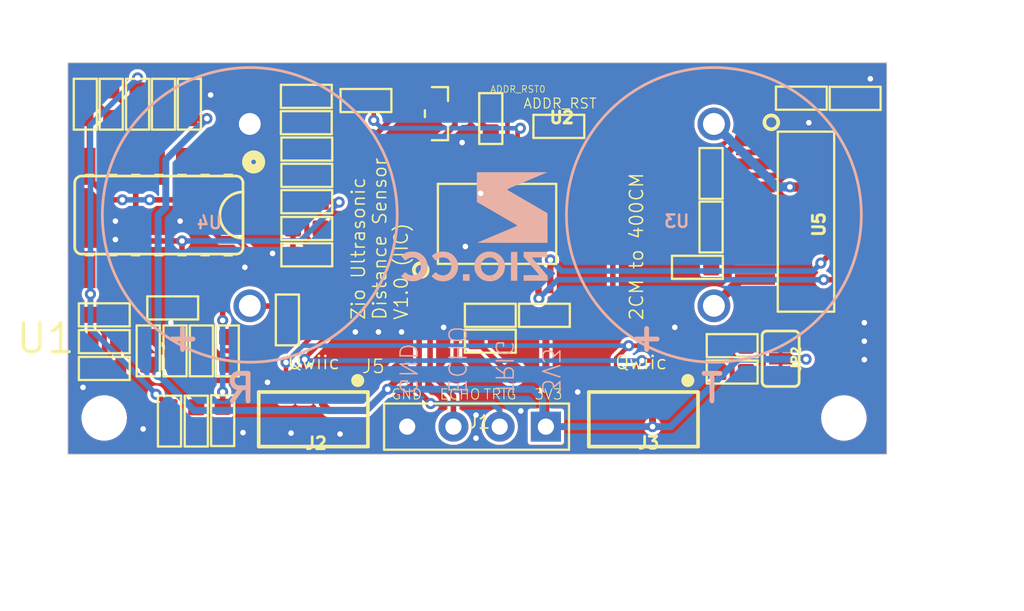
<source format=kicad_pcb>
(kicad_pcb (version 20211014) (generator pcbnew)
  (layers (0 "F.Cu" signal) (1 "In1.Cu" signal) (2 "In2.Cu" signal) (3 "In3.Cu" signal) (4 "In4.Cu" signal) (5 "In5.Cu" signal) (6 "In6.Cu" signal) (7 "In7.Cu" signal) (8 "In8.Cu" signal) (9 "In9.Cu" signal) (10 "In10.Cu" signal) (11 "In11.Cu" signal) (12 "In12.Cu" signal) (31 "B.Cu" signal) (34 "B.Paste" user) (35 "F.Paste" user) (36 "B.SilkS" user "B.Silkscreen") (37 "F.SilkS" user "F.Silkscreen") (38 "B.Mask" user) (39 "F.Mask" user) (44 "Edge.Cuts" user))
  (net 0 "")
  (net 1 "GND")
  (net 2 "N$1")
  (net 3 "N$2")
  (net 4 "N$3")
  (net 5 "N$4")
  (net 6 "N$5")
  (net 7 "N$6")
  (net 8 "INT")
  (net 9 "N$9")
  (net 10 "N$10")
  (net 11 "N$12")
  (net 12 "N$14")
  (net 13 "N$15")
  (net 14 "N$16")
  (net 15 "N$11")
  (net 16 "NRST")
  (net 17 "SWIM")
  (net 18 "SCL")
  (net 19 "SDA")
  (net 20 "N$19")
  (net 21 "N$20")
  (net 22 "TRIG")
  (net 23 "ECHO")
  (net 24 "N$42")
  (net 25 "N$43")
  (net 26 "N$44")
  (net 27 "N$45")
  (net 28 "N$7")
  (net 29 "N$13")
  (net 30 "N$17")
  (net 31 "N$18")
  (net 32 "N$22")
  (net 33 "N$23")
  (net 34 "N$24")
  (net 35 "N$25")
  (net 36 "DIN2")
  (net 37 "DIN1")
  (net 38 "+3V3")
  (net 39 "N$26")
  (net 40 "N$27")
  (net 41 "N$28")
  (net 42 "PB4")
  (footprint "eagleBoard:0603" (layer "F.Cu") (at 149.2167 108.1278)
    (fp_text reference "R19")
    (fp_text value "10K ±1%")
  )
  (footprint "eagleBoard:0603" (layer "F.Cu") (at 139.1075 97.536 180)
    (fp_text reference "R7")
    (fp_text value "3.3M ±1%")
  )
  (footprint "eagleBoard:0603" (layer "F.Cu") (at 129.8365 96.52 -90)
    (fp_text reference "R1")
    (fp_text value "10K ±1%")
  )
  (footprint "eagleBoard:TSSOP20" (layer "F.Cu") (at 149.5865 103.0996)
    (fp_text reference "U2")
    (fp_text value "STM8L051")
  )
  (footprint "eagleBoard:0603" (layer "F.Cu") (at 161.3437 100.3268 90)
    (fp_text reference "C7")
    (fp_text value "1uF ±10% 50V")
  )
  (footprint "" (layer "F.Cu") (at 168.6411 113.7732)
    (fp_text reference "@HOLE1" hide)
    (fp_text value "")
  )
  (footprint "eagleBoard:0603" (layer "F.Cu") (at 134.7641 110.0836 -90)
    (fp_text reference "R16")
    (fp_text value "75K ±1%")
  )
  (footprint "eagleBoard:0603" (layer "F.Cu") (at 131.7669 107.7214)
    (fp_text reference "C16")
    (fp_text value "1nF ±10% 50V")
  )
  (footprint "eagleBoard:0603" (layer "F.Cu") (at 169.2623 96.1984 180)
    (fp_text reference "C10")
    (fp_text value "1uF ±10% 50V")
  )
  (footprint "eagleBoard:0603" (layer "F.Cu") (at 126.9663 96.52 -90)
    (fp_text reference "R2")
    (fp_text value "75K ±1%")
  )
  (footprint "eagleBoard:0603" (layer "F.Cu") (at 128.3887 96.52 90)
    (fp_text reference "C1")
    (fp_text value "10nF ±10% 50V")
  )
  (footprint "eagleBoard:0603" (layer "F.Cu") (at 139.1329 101.8794 180)
    (fp_text reference "R9")
    (fp_text value "120K ±1%")
  )
  (footprint "eagleBoard:0603" (layer "F.Cu") (at 152.9817 97.7388)
    (fp_text reference "R21")
    (fp_text value "10K ±1%")
  )
  (footprint "eagleBoard:0603" (layer "F.Cu") (at 142.3841 96.3168 180)
    (fp_text reference "R10")
    (fp_text value "100K ±1%")
  )
  (footprint "eagleBoard:SMT-JUMPER_3_2-NC_TRACE" (layer "F.Cu") (at 165.1679 110.5154 -90)
    (fp_text reference "JP2")
    (fp_text value "SMT-JUMPER_3_2-NC_TRACE")
  )
  (footprint "eagleBoard:0603" (layer "F.Cu") (at 131.5891 113.9444 90)
    (fp_text reference "C11")
    (fp_text value "1nF ±10% 50V")
  )
  (footprint "eagleBoard:0603" (layer "F.Cu") (at 134.5101 113.919 -90)
    (fp_text reference "R15")
    (fp_text value "6.8K ±1%")
  )
  (footprint "eagleBoard:0603" (layer "F.Cu") (at 133.3417 110.0836 -90)
    (fp_text reference "C14")
    (fp_text value "10nF ±10% 50V")
  )
  (footprint "eagleBoard:0603" (layer "F.Cu") (at 128.0077 109.5756 180)
    (fp_text reference "R13")
    (fp_text value "75K ±1%")
  )
  (footprint "eagleBoard:0603" (layer "F.Cu") (at 128.0077 111.0488 180)
    (fp_text reference "C13")
    (fp_text value "1nF ±10% 50V")
  )
  (footprint "eagleBoard:0603" (layer "F.Cu") (at 131.2589 96.52 -90)
    (fp_text reference "C15")
    (fp_text value "1uF ±10% 50V")
  )
  (footprint "eagleBoard:0603" (layer "F.Cu") (at 132.6813 96.52 -90)
    (fp_text reference "C2")
    (fp_text value "1uF ±1% 50V")
  )
  (footprint "eagleBoard:0603" (layer "F.Cu") (at 149.2167 109.5502 180)
    (fp_text reference "C4")
    (fp_text value "100nF ±10% 50V")
  )
  (footprint "eagleBoard:JST-SH-4P-90" (layer "F.Cu") (at 139.4917 112.1448 180)
    (fp_text reference "J2")
    (fp_text value "BM04B-SRSS-TB")
  )
  (footprint "eagleBoard:0603" (layer "F.Cu") (at 139.1329 103.3526)
    (fp_text reference "R4")
    (fp_text value "120K ±1%")
  )
  (footprint "eagleBoard:0603" (layer "F.Cu") (at 160.5939 105.4898)
    (fp_text reference "C17")
    (fp_text value "1uF ±10% 50V")
  )
  (footprint "eagleBoard:SOT23" (layer "F.Cu") (at 146.2575 97.0388 -90)
    (fp_text reference "Q1")
    (fp_text value "847")
  )
  (footprint "eagleBoard:JST-SH-4P-90" (layer "F.Cu") (at 157.6295 112.1448 180)
    (fp_text reference "J3")
    (fp_text value "BM04B-SRSS-TB")
  )
  (footprint "eagleBoard:0603" (layer "F.Cu") (at 139.1329 100.4316)
    (fp_text reference "R6")
    (fp_text value "10K ±1%")
  )
  (footprint "eagleBoard:TEST_3.08_4P" (layer "F.Cu") (at 148.8865 111.2774 180)
    (fp_text reference "J5")
    (fp_text value "" hide)
  )
  (footprint "eagleBoard:0603" (layer "F.Cu") (at 130.4207 110.0836 -90)
    (fp_text reference "R12")
    (fp_text value "10K ±1%")
  )
  (footprint "eagleBoard:0603" (layer "F.Cu") (at 133.0623 113.9444 -90)
    (fp_text reference "R14")
    (fp_text value "220R ±1%")
  )
  (footprint "" (layer "F.Cu") (at 128.0011 113.7732)
    (fp_text reference "@HOLE0" hide)
    (fp_text value "")
  )
  (footprint "eagleBoard:0603" (layer "F.Cu") (at 128.0077 108.1024 180)
    (fp_text reference "C12")
    (fp_text value "68pF ±10% 50V")
  )
  (footprint "eagleBoard:0603" (layer "F.Cu") (at 139.1075 96.0882)
    (fp_text reference "C3")
    (fp_text value "1nF ±10% 50V")
  )
  (footprint "eagleBoard:0603" (layer "F.Cu") (at 161.3437 103.2732 90)
    (fp_text reference "C8")
    (fp_text value "1uF ±10% 50V")
  )
  (footprint "eagleBoard:SOIC16" (layer "F.Cu") (at 166.5597 102.9776 -90)
    (fp_text reference "U5")
    (fp_text value "")
  )
  (footprint "eagleBoard:1P-35MIL" (layer "F.Cu") (at 150.4613 96.5454)
    (fp_text reference "ADDR_RST0")
    (fp_text value "" hide)
  )
  (footprint "eagleBoard:0603" (layer "F.Cu") (at 131.8939 110.0836 90)
    (fp_text reference "R18")
    (fp_text value "10K ±1%")
  )
  (footprint "eagleBoard:SO014" (layer "F.Cu") (at 131.6399 102.616 180)
    (fp_text reference "U1")
    (fp_text value "")
  )
  (footprint "eagleBoard:0603" (layer "F.Cu") (at 162.5041 111.2452)
    (fp_text reference "R22")
    (fp_text value "4.7K ±1%")
  )
  (footprint "eagleBoard:0603" (layer "F.Cu") (at 149.2421 97.3074 90)
    (fp_text reference "R8")
    (fp_text value "1K ±1%")
  )
  (footprint "eagleBoard:0603" (layer "F.Cu") (at 152.1885 108.1278)
    (fp_text reference "C5")
    (fp_text value "100nF ±10% 50V")
  )
  (footprint "eagleBoard:0603" (layer "F.Cu") (at 139.1329 104.8004 180)
    (fp_text reference "R3")
    (fp_text value "4.3K ±1%")
  )
  (footprint "eagleBoard:4P-65_35MIL" (layer "F.Cu") (at 148.4591 114.2492 -90)
    (fp_text reference "J1")
    (fp_text value "")
  )
  (footprint "eagleBoard:0603" (layer "F.Cu") (at 162.5041 109.7974)
    (fp_text reference "R23")
    (fp_text value "4.7K ±1%")
  )
  (footprint "eagleBoard:0603" (layer "F.Cu") (at 138.0661 108.3818 -90)
    (fp_text reference "R17")
    (fp_text value "10K ±1%")
  )
  (footprint "eagleBoard:0603" (layer "F.Cu") (at 139.1329 98.9838)
    (fp_text reference "R5")
    (fp_text value "3.9K ±1%")
  )
  (footprint "eagleBoard:0603" (layer "F.Cu") (at 166.3059 96.1884 180)
    (fp_text reference "C9")
    (fp_text value "1uF ±10% 50V")
  )
  (footprint "eagleBoard:6MM" (layer "B.Cu") (at 152.3917 106.2482 180)
    (fp_text reference "U$5" hide)
    (fp_text value "" hide)
  )
  (footprint "eagleBoard:TCT40-16T_R" (layer "B.Cu") (at 161.5011 102.6052 90)
    (fp_text reference "U3")
    (fp_text value "TCT40-16T")
  )
  (footprint "eagleBoard:TCT40-16T_R" (layer "B.Cu") (at 136.0011 102.6052 90)
    (fp_text reference "U4")
    (fp_text value "TCT40-16R")
  )
  (gr_line (start 126.0011 115.7732) (end 171.0011 115.7732) (layer "Edge.Cuts") (width 0.05))
  (gr_line (start 171.0011 115.7732) (end 171.0011 94.234) (layer "Edge.Cuts") (width 0.05))
  (gr_line (start 171.0011 94.234) (end 126.0011 94.234) (layer "Edge.Cuts") (width 0.05))
  (gr_line (start 126.0011 94.234) (end 126.0011 115.7732) (layer "Edge.Cuts") (width 0.05))
  (gr_text "ECHO" (at 146.8291 112.4966 -90) (layer "B.SilkS") (effects (font (size 0.93472 0.93472) (thickness 0.08128)) (justify left bottom mirror)))
  (gr_text "T" (at 162.1453 113.03) (layer "B.SilkS") (effects (font (size 1.5113 1.5113) (thickness 0.2667)) (justify left bottom mirror)))
  (gr_text "GND" (at 144.1367 112.5474 -90) (layer "B.SilkS") (effects (font (size 0.93472 0.93472) (thickness 0.08128)) (justify left bottom mirror)))
  (gr_text "3V3" (at 151.9853 112.5474 -90) (layer "B.SilkS") (effects (font (size 0.93472 0.93472) (thickness 0.08128)) (justify left bottom mirror)))
  (gr_text "R" (at 136.4405 113.03) (layer "B.SilkS") (effects (font (size 1.5113 1.5113) (thickness 0.2667)) (justify left bottom mirror)))
  (gr_text "TRIG" (at 149.4199 112.5474 -90) (layer "B.SilkS") (effects (font (size 0.93472 0.93472) (thickness 0.08128)) (justify left bottom mirror)))
  (gr_text "Qwiic" (at 156.0239 111.1504) (layer "F.SilkS") (effects (font (size 0.73152 0.73152) (thickness 0.08128)) (justify left bottom)))
  (gr_text "3V3" (at 151.6043 112.8014) (layer "F.SilkS") (effects (font (size 0.560832 0.560832) (thickness 0.048768)) (justify left bottom)))
  (gr_text "Qwiic" (at 138.0407 111.1504) (layer "F.SilkS") (effects (font (size 0.73152 0.73152) (thickness 0.08128)) (justify left bottom)))
  (gr_text "TRIG" (at 148.8103 112.8014) (layer "F.SilkS") (effects (font (size 0.560832 0.560832) (thickness 0.048768)) (justify left bottom)))
  (gr_text "2CM to 400CM" (at 157.6749 108.458 90) (layer "F.SilkS") (effects (font (size 0.73152 0.73152) (thickness 0.08128)) (justify left bottom)))
  (gr_text "ADDR_RST" (at 150.9947 96.7994) (layer "F.SilkS") (effects (font (size 0.54864 0.54864) (thickness 0.06096)) (justify left bottom)))
  (gr_text "GND" (at 143.7303 112.8014) (layer "F.SilkS") (effects (font (size 0.560832 0.560832) (thickness 0.048768)) (justify left bottom)))
  (gr_text "Zio Ultrasonic\nDistance Sensor \nV1.0 (IIC)" (at 144.7463 108.4326 90) (layer "F.SilkS") (effects (font (size 0.73152 0.73152) (thickness 0.08128)) (justify left bottom)))
  (gr_text "ECHO" (at 146.3973 112.8014) (layer "F.SilkS") (effects (font (size 0.560832 0.560832) (thickness 0.048768)) (justify left bottom)))
  (via (at 150.8931 113.3856) (size 0.6096) (drill 0.3048) (layers "F.Cu" "B.Cu") (net 1))
  (via (at 148.4293 113.6142) (size 0.6096) (drill 0.3048) (layers "F.Cu" "B.Cu") (net 1))
  (via (at 135.6277 114.5794) (size 0.6096) (drill 0.3048) (layers "F.Cu" "B.Cu") (net 1))
  (via (at 137.2533 104.7242) (size 0.6096) (drill 0.3048) (layers "F.Cu" "B.Cu") (net 1))
  (via (at 128.6173 103.9622) (size 0.6096) (drill 0.3048) (layers "F.Cu" "B.Cu") (net 1))
  (via (at 144.3399 109.0422) (size 0.6096) (drill 0.3048) (layers "F.Cu" "B.Cu") (net 1))
  (via (at 141.7999 109.0422) (size 0.6096) (drill 0.3048) (layers "F.Cu" "B.Cu") (net 1))
  (via (at 146.6513 108.7882) (size 0.6096) (drill 0.3048) (layers "F.Cu" "B.Cu") (net 1))
  (via (at 148.6833 101.4222) (size 0.6096) (drill 0.3048) (layers "F.Cu" "B.Cu") (net 1))
  (via (at 169.7653 108.5342) (size 0.6096) (drill 0.3048) (layers "F.Cu" "B.Cu") (net 1))
  (via (at 147.8451 104.3432) (size 0.6096) (drill 0.3048) (layers "F.Cu" "B.Cu") (net 1))
  (via (at 130.1413 114.3762) (size 0.6096) (drill 0.3048) (layers "F.Cu" "B.Cu") (net 1))
  (via (at 170.0955 95.123) (size 0.6096) (drill 0.3048) (layers "F.Cu" "B.Cu") (net 1))
  (via (at 126.8393 112.0902) (size 0.6096) (drill 0.3048) (layers "F.Cu" "B.Cu") (net 1))
  (via (at 169.7653 109.5502) (size 0.6096) (drill 0.3048) (layers "F.Cu" "B.Cu") (net 1))
  (via (at 143.0699 109.0422) (size 0.6096) (drill 0.3048) (layers "F.Cu" "B.Cu") (net 1))
  (via (at 166.7173 97.536) (size 0.6096) (drill 0.3048) (layers "F.Cu" "B.Cu") (net 1))
  (via (at 159.3513 108.7882) (size 0.6096) (drill 0.3048) (layers "F.Cu" "B.Cu") (net 1))
  (via (at 140.9617 114.6556) (size 0.6096) (drill 0.3048) (layers "F.Cu" "B.Cu") (net 1))
  (via (at 135.7293 105.4862) (size 0.6096) (drill 0.3048) (layers "F.Cu" "B.Cu") (net 1))
  (via (at 148.4293 114.8842) (size 0.6096) (drill 0.3048) (layers "F.Cu" "B.Cu") (net 1))
  (via (at 147.6673 98.6282) (size 0.6096) (drill 0.3048) (layers "F.Cu" "B.Cu") (net 1))
  (via (at 133.8497 96.012) (size 0.6096) (drill 0.3048) (layers "F.Cu" "B.Cu") (net 1))
  (via (at 132.1733 102.9462) (size 0.6096) (drill 0.3048) (layers "F.Cu" "B.Cu") (net 1))
  (via (at 131.6653 108.5342) (size 0.6096) (drill 0.3048) (layers "F.Cu" "B.Cu") (net 1))
  (via (at 154.0173 112.3442) (size 0.6096) (drill 0.3048) (layers "F.Cu" "B.Cu") (net 1))
  (via (at 138.2693 114.6048) (size 0.6096) (drill 0.3048) (layers "F.Cu" "B.Cu") (net 1))
  (via (at 169.7653 110.5662) (size 0.6096) (drill 0.3048) (layers "F.Cu" "B.Cu") (net 1))
  (via (at 128.6173 102.9462) (size 0.6096) (drill 0.3048) (layers "F.Cu" "B.Cu") (net 1))
  (via (at 136.9739 111.8108) (size 0.6096) (drill 0.3048) (layers "F.Cu" "B.Cu") (net 1))
  (segment (start 139.8949 104.8004) (end 138.9551 105.7402) (width 0.3048) (layer "F.Cu") (net 2))
  (segment (start 138.9551 105.7402) (end 137.1009 105.7402) (width 0.3048) (layer "F.Cu") (net 2))
  (segment (start 128.9983 101.7778) (end 128.3379 101.7778) (width 0.3048) (layer "F.Cu") (net 2))
  (segment (start 132.2495 101.7778) (end 130.4969 101.7778) (width 0.3048) (layer "F.Cu") (net 2))
  (segment (start 135.2721 103.9114) (end 134.3831 103.9114) (width 0.3048) (layer "F.Cu") (net 2))
  (segment (start 128.3379 101.7778) (end 127.1949 100.6348) (width 0.3048) (layer "F.Cu") (net 2))
  (segment (start 127.1949 97.5106) (end 126.9663 97.282) (width 0.3048) (layer "F.Cu") (net 2))
  (segment (start 137.1009 105.7402) (end 135.2721 103.9114) (width 0.3048) (layer "F.Cu") (net 2))
  (segment (start 134.3831 103.9114) (end 132.2495 101.7778) (width 0.3048) (layer "F.Cu") (net 2))
  (segment (start 127.1949 99.9363) (end 127.1949 97.5106) (width 0.3048) (layer "F.Cu") (net 2))
  (segment (start 127.1949 100.6348) (end 127.1949 99.9363) (width 0.3048) (layer "F.Cu") (net 2))
  (via (at 130.4969 101.7778) (size 0.6096) (drill 0.3048) (layers "F.Cu" "B.Cu") (net 2))
  (via (at 128.9983 101.7778) (size 0.6096) (drill 0.3048) (layers "F.Cu" "B.Cu") (net 2))
  (segment (start 130.4969 101.7778) (end 128.9983 101.7778) (width 0.3048) (layer "B.Cu") (net 2))
  (segment (start 128.4649 97.3582) (end 128.3887 97.282) (width 0.3048) (layer "F.Cu") (net 3))
  (segment (start 128.3887 97.282) (end 126.9663 95.8596) (width 0.3048) (layer "F.Cu") (net 3))
  (segment (start 126.9663 95.8596) (end 126.9663 95.758) (width 0.3048) (layer "F.Cu") (net 3))
  (segment (start 128.4649 99.9363) (end 128.4649 97.3582) (width 0.3048) (layer "F.Cu") (net 3))
  (segment (start 129.8365 97.282) (end 129.8365 97.2058) (width 0.3048) (layer "F.Cu") (net 4))
  (segment (start 129.8365 97.2058) (end 128.3887 95.758) (width 0.3048) (layer "F.Cu") (net 4))
  (segment (start 132.2749 100.6602) (end 134.9673 103.3526) (width 0.3048) (layer "F.Cu") (net 5))
  (segment (start 138.3709 103.3526) (end 138.3709 104.8004) (width 0.3048) (layer "F.Cu") (net 5))
  (segment (start 134.9673 103.3526) (end 138.3709 103.3526) (width 0.3048) (layer "F.Cu") (net 5))
  (segment (start 132.2749 99.9363) (end 132.2749 100.6602) (width 0.3048) (layer "F.Cu") (net 5))
  (segment (start 145.0251 96.0888) (end 142.1301 98.9838) (width 0.3048) (layer "F.Cu") (net 6))
  (segment (start 145.2415 96.0888) (end 145.0251 96.0888) (width 0.3048) (layer "F.Cu") (net 6))
  (segment (start 142.1301 98.9838) (end 139.8949 98.9838) (width 0.3048) (layer "F.Cu") (net 6))
  (segment (start 139.8949 98.9838) (end 139.8949 100.4316) (width 0.3048) (layer "F.Cu") (net 6))
  (segment (start 134.8149 99.9363) (end 137.8756 99.9363) (width 0.3048) (layer "F.Cu") (net 7))
  (segment (start 137.8756 99.9363) (end 138.3709 100.4316) (width 0.3048) (layer "F.Cu") (net 7))
  (segment (start 149.2615 98.0888) (end 149.2421 98.0694) (width 0.3048) (layer "F.Cu") (net 8))
  (segment (start 149.2421 98.0694) (end 148.2115 97.0388) (width 0.3048) (layer "F.Cu") (net 8))
  (segment (start 148.2115 97.0388) (end 147.2735 97.0388) (width 0.3048) (layer "F.Cu") (net 8))
  (segment (start 149.2615 100.0346) (end 149.2615 98.0888) (width 0.3048) (layer "F.Cu") (net 8))
  (segment (start 139.8949 103.3526) (end 141.5967 103.3526) (width 0.3048) (layer "F.Cu") (net 8))
  (segment (start 141.5967 103.3526) (end 147.2735 97.6758) (width 0.3048) (layer "F.Cu") (net 8))
  (segment (start 147.2735 97.6758) (end 147.2735 97.0388) (width 0.3048) (layer "F.Cu") (net 8))
  (segment (start 128.7697 109.5756) (end 128.7697 111.0488) (width 0.3048) (layer "F.Cu") (net 9))
  (segment (start 128.4649 107.7976) (end 128.4649 105.6132) (width 0.3048) (layer "F.Cu") (net 9))
  (segment (start 128.7697 108.1024) (end 128.4649 107.7976) (width 0.3048) (layer "F.Cu") (net 9))
  (segment (start 128.7697 108.1024) (end 128.7697 109.5756) (width 0.3048) (layer "F.Cu") (net 9))
  (segment (start 127.2457 106.9594) (end 127.2457 105.664) (width 0.3048) (layer "F.Cu") (net 10))
  (segment (start 127.2457 105.664) (end 127.1949 105.6132) (width 0.254) (layer "F.Cu") (net 10))
  (segment (start 127.2457 108.1024) (end 127.2457 109.5756) (width 0.3048) (layer "F.Cu") (net 10))
  (segment (start 131.5891 113.1824) (end 130.8779 112.4712) (width 0.3048) (layer "F.Cu") (net 10))
  (segment (start 130.8779 112.4712) (end 130.8525 112.4712) (width 0.3048) (layer "F.Cu") (net 10))
  (segment (start 127.2457 108.1024) (end 127.2457 106.9594) (width 0.3048) (layer "F.Cu") (net 10))
  (segment (start 129.8365 95.758) (end 129.8365 95.0722) (width 0.3048) (layer "F.Cu") (net 10))
  (via (at 127.2457 106.9594) (size 0.6096) (drill 0.3048) (layers "F.Cu" "B.Cu") (net 10))
  (via (at 129.8365 95.0722) (size 0.6096) (drill 0.3048) (layers "F.Cu" "B.Cu") (net 10))
  (via (at 130.8525 112.4712) (size 0.6096) (drill 0.3048) (layers "F.Cu" "B.Cu") (net 10))
  (segment (start 130.8525 112.4712) (end 127.2457 108.8644) (width 0.3048) (layer "B.Cu") (net 10))
  (segment (start 129.8365 95.0722) (end 127.2457 97.663) (width 0.3048) (layer "B.Cu") (net 10))
  (segment (start 127.2457 97.663) (end 127.2457 106.9594) (width 0.3048) (layer "B.Cu") (net 10))
  (segment (start 127.2457 108.8644) (end 127.2457 106.9594) (width 0.3048) (layer "B.Cu") (net 10))
  (segment (start 134.4847 114.7064) (end 134.5101 114.681) (width 0.3048) (layer "F.Cu") (net 11))
  (segment (start 131.5891 114.7064) (end 133.0623 114.7064) (width 0.3048) (layer "F.Cu") (net 11))
  (segment (start 127.2457 111.0488) (end 128.0585 111.8616) (width 0.3048) (layer "F.Cu") (net 11))
  (segment (start 128.0585 111.8616) (end 128.9475 111.8616) (width 0.3048) (layer "F.Cu") (net 11))
  (segment (start 131.5891 114.5032) (end 131.5891 114.7064) (width 0.3048) (layer "F.Cu") (net 11))
  (segment (start 128.9475 111.8616) (end 131.5891 114.5032) (width 0.3048) (layer "F.Cu") (net 11))
  (segment (start 133.0623 114.7064) (end 134.4847 114.7064) (width 0.3048) (layer "F.Cu") (net 11))
  (segment (start 134.8149 106.3498) (end 134.5101 106.6546) (width 0.3048) (layer "F.Cu") (net 12))
  (segment (start 134.5101 106.6546) (end 134.5101 108.4072) (width 0.3048) (layer "F.Cu") (net 12))
  (segment (start 134.8149 105.6132) (end 134.8149 106.3498) (width 0.3048) (layer "F.Cu") (net 12))
  (segment (start 134.5101 109.0676) (end 134.7641 109.3216) (width 0.3048) (layer "F.Cu") (net 12))
  (segment (start 134.5101 113.157) (end 134.5101 112.3442) (width 0.3048) (layer "F.Cu") (net 12))
  (segment (start 134.5101 108.4072) (end 134.5101 109.0676) (width 0.3048) (layer "F.Cu") (net 12))
  (via (at 134.5101 108.4072) (size 0.6096) (drill 0.3048) (layers "F.Cu" "B.Cu") (net 12))
  (via (at 134.5101 112.3442) (size 0.6096) (drill 0.3048) (layers "F.Cu" "B.Cu") (net 12))
  (segment (start 134.5101 112.3442) (end 134.5101 108.4072) (width 0.3048) (layer "B.Cu") (net 12))
  (segment (start 133.5449 109.1184) (end 133.3417 109.3216) (width 0.3048) (layer "F.Cu") (net 13))
  (segment (start 134.7641 110.744) (end 134.7641 110.8456) (width 0.254) (layer "F.Cu") (net 13))
  (segment (start 133.5449 105.6132) (end 133.5449 109.1184) (width 0.3048) (layer "F.Cu") (net 13))
  (segment (start 133.3417 109.3216) (end 134.7641 110.744) (width 0.3048) (layer "F.Cu") (net 13))
  (segment (start 138.0661 109.1438) (end 135.5007 111.7092) (width 0.3048) (layer "F.Cu") (net 14))
  (segment (start 133.3417 111.1758) (end 133.3417 110.8456) (width 0.3048) (layer "F.Cu") (net 14))
  (segment (start 135.5007 111.7092) (end 133.8751 111.7092) (width 0.3048) (layer "F.Cu") (net 14))
  (segment (start 133.8751 111.7092) (end 133.3417 111.1758) (width 0.3048) (layer "F.Cu") (net 14))
  (segment (start 133.0623 113.1824) (end 133.0623 112.014) (width 0.3048) (layer "F.Cu") (net 15))
  (segment (start 129.7349 98.806) (end 131.2589 97.282) (width 0.3048) (layer "F.Cu") (net 15))
  (segment (start 129.7349 99.9363) (end 129.7349 103.759) (width 0.3048) (layer "F.Cu") (net 15))
  (segment (start 132.2749 104.0384) (end 132.2749 105.6132) (width 0.3048) (layer "F.Cu") (net 15))
  (segment (start 132.2749 104.0384) (end 130.0143 104.0384) (width 0.3048) (layer "F.Cu") (net 15))
  (segment (start 140.8855 101.8794) (end 140.9109 101.9048) (width 0.3048) (layer "F.Cu") (net 15))
  (segment (start 129.7349 99.9363) (end 129.7349 98.806) (width 0.3048) (layer "F.Cu") (net 15))
  (segment (start 130.4207 109.3216) (end 129.7349 108.6358) (width 0.3048) (layer "F.Cu") (net 15))
  (segment (start 130.0143 104.0384) (end 129.7349 103.759) (width 0.3048) (layer "F.Cu") (net 15))
  (segment (start 129.7349 104.3178) (end 129.7349 105.6132) (width 0.3048) (layer "F.Cu") (net 15))
  (segment (start 130.4207 109.3216) (end 131.8939 110.7948) (width 0.3048) (layer "F.Cu") (net 15))
  (segment (start 129.7349 103.759) (end 129.7349 104.3178) (width 0.3048) (layer "F.Cu") (net 15))
  (segment (start 132.2749 107.4674) (end 132.5289 107.7214) (width 0.3048) (layer "F.Cu") (net 15))
  (segment (start 129.7349 108.6358) (end 129.7349 105.6132) (width 0.3048) (layer "F.Cu") (net 15))
  (segment (start 133.0623 112.014) (end 131.8939 110.8456) (width 0.3048) (layer "F.Cu") (net 15))
  (segment (start 132.2749 105.6132) (end 132.2749 107.4674) (width 0.3048) (layer "F.Cu") (net 15))
  (segment (start 139.8949 101.8794) (end 140.8855 101.8794) (width 0.3048) (layer "F.Cu") (net 15))
  (segment (start 131.8939 110.7948) (end 131.8939 110.8456) (width 0.254) (layer "F.Cu") (net 15))
  (segment (start 130.0143 104.0384) (end 129.7349 104.3178) (width 0.3048) (layer "F.Cu") (net 15))
  (via (at 140.9109 101.9048) (size 0.6096) (drill 0.3048) (layers "F.Cu" "B.Cu") (net 15))
  (via (at 132.2749 104.0384) (size 0.6096) (drill 0.3048) (layers "F.Cu" "B.Cu") (net 15))
  (segment (start 140.9109 101.9048) (end 138.7773 104.0384) (width 0.3048) (layer "B.Cu") (net 15))
  (segment (start 138.7773 104.0384) (end 132.2749 104.0384) (width 0.3048) (layer "B.Cu") (net 15))
  (segment (start 150.4265 111.2774) (end 150.1819 111.2774) (width 0.3048) (layer "F.Cu") (net 16))
  (segment (start 148.4547 109.5502) (end 148.4547 108.1278) (width 0.3048) (layer "F.Cu") (net 16))
  (segment (start 148.6115 107.971) (end 148.4547 108.1278) (width 0.3048) (layer "F.Cu") (net 16))
  (segment (start 150.1819 111.2774) (end 148.4547 109.5502) (width 0.3048) (layer "F.Cu") (net 16))
  (segment (start 148.6115 106.1646) (end 148.6115 107.971) (width 0.3048) (layer "F.Cu") (net 16))
  (segment (start 147.9615 107.1224) (end 147.3465 107.7374) (width 0.3048) (layer "F.Cu") (net 17))
  (segment (start 147.9615 106.1646) (end 147.9615 107.1224) (width 0.3048) (layer "F.Cu") (net 17))
  (segment (start 147.3465 107.7374) (end 147.3465 111.2774) (width 0.3048) (layer "F.Cu") (net 17))
  (segment (start 156.1295 112.034369) (end 156.1763 112.081169) (width 0.3048) (layer "F.Cu") (net 18))
  (segment (start 137.9917 110.7168) (end 137.9917 112.1448) (width 0.254) (layer "F.Cu") (net 18))
  (segment (start 156.1295 111.125) (end 156.1295 112.034369) (width 0.254) (layer "F.Cu") (net 18))
  (segment (start 156.8181 109.7974) (end 156.1295 110.486) (width 0.254) (layer "F.Cu") (net 18))
  (segment (start 161.7421 109.7974) (end 156.8181 109.7974) (width 0.254) (layer "F.Cu") (net 18))
  (segment (start 147.3115 100.0346) (end 147.3115 101.397) (width 0.254) (layer "F.Cu") (net 18))
  (segment (start 147.3115 101.397) (end 137.9917 110.7168) (width 0.254) (layer "F.Cu") (net 18))
  (segment (start 156.1295 110.486) (end 156.1295 111.125) (width 0.254) (layer "F.Cu") (net 18))
  (segment (start 156.1295 112.034369) (end 156.1295 112.1448) (width 0.254) (layer "F.Cu") (net 18))
  (via (at 156.8181 109.7974) (size 0.6096) (drill 0.3048) (layers "F.Cu" "B.Cu") (net 18))
  (via (at 137.9917 110.7168) (size 0.6096) (drill 0.3048) (layers "F.Cu" "B.Cu") (net 18))
  (segment (start 156.8181 109.7974) (end 138.9111 109.7974) (width 0.254) (layer "B.Cu") (net 18))
  (segment (start 138.9111 109.7974) (end 137.9917 110.7168) (width 0.254) (layer "B.Cu") (net 18))
  (segment (start 157.5479 110.617) (end 157.1295 111.0354) (width 0.254) (layer "F.Cu") (net 19))
  (segment (start 147.9615 100.0346) (end 147.9615 101.5598) (width 0.254) (layer "F.Cu") (net 19))
  (segment (start 161.7421 111.2452) (end 161.1139 110.617) (width 0.254) (layer "F.Cu") (net 19))
  (segment (start 138.9917 111.6076) (end 138.9917 112.1448) (width 0.254) (layer "F.Cu") (net 19))
  (segment (start 157.1295 111.0354) (end 157.1295 112.1448) (width 0.254) (layer "F.Cu") (net 19))
  (segment (start 139.016353 110.554254) (end 138.9917 110.578907) (width 0.254) (layer "F.Cu") (net 19))
  (segment (start 147.9615 101.5598) (end 138.9917 110.5296) (width 0.254) (layer "F.Cu") (net 19))
  (segment (start 161.1139 110.617) (end 157.5479 110.617) (width 0.254) (layer "F.Cu") (net 19))
  (segment (start 138.9917 110.5296) (end 138.9917 110.578907) (width 0.254) (layer "F.Cu") (net 19))
  (segment (start 138.9917 110.578907) (end 138.9917 111.6076) (width 0.254) (layer "F.Cu") (net 19))
  (via (at 139.016353 110.554254) (size 0.6096) (drill 0.3048) (layers "F.Cu" "B.Cu") (net 19))
  (via (at 157.5479 110.617) (size 0.6096) (drill 0.3048) (layers "F.Cu" "B.Cu") (net 19))
  (segment (start 157.5479 110.617) (end 139.0791 110.617) (width 0.254) (layer "B.Cu") (net 19))
  (segment (start 139.0791 110.617) (end 139.016353 110.554254) (width 0.254) (layer "B.Cu") (net 19))
  (segment (start 163.2661 111.2452) (end 165.0849 111.2452) (width 0.3048) (layer "F.Cu") (net 20))
  (segment (start 165.0849 111.2452) (end 165.1679 111.3282) (width 0.3048) (layer "F.Cu") (net 20))
  (segment (start 165.0731 109.7974) (end 165.1679 109.7026) (width 0.3048) (layer "F.Cu") (net 21))
  (segment (start 163.2661 109.7974) (end 165.0731 109.7974) (width 0.3048) (layer "F.Cu") (net 21))
  (segment (start 151.1965 98.762) (end 152.2197 97.7388) (width 0.3048) (layer "F.Cu") (net 22))
  (segment (start 151.1965 100.0346) (end 151.1965 101.1696) (width 0.3048) (layer "F.Cu") (net 22))
  (segment (start 148.2261 102.1334) (end 145.3051 105.0544) (width 0.3048) (layer "F.Cu") (net 22))
  (segment (start 151.1965 100.0346) (end 151.1965 98.762) (width 0.3048) (layer "F.Cu") (net 22))
  (segment (start 150.2327 102.1334) (end 148.2261 102.1334) (width 0.3048) (layer "F.Cu") (net 22))
  (segment (start 151.1965 101.1696) (end 150.2327 102.1334) (width 0.3048) (layer "F.Cu") (net 22))
  (segment (start 145.3051 105.0544) (end 145.3051 112.3442) (width 0.3048) (layer "F.Cu") (net 22))
  (segment (start 145.3051 112.3442) (end 145.9401 112.9792) (width 0.3048) (layer "F.Cu") (net 22))
  (via (at 145.9401 112.9792) (size 0.6096) (drill 0.3048) (layers "F.Cu" "B.Cu") (net 22))
  (segment (start 149.3691 112.9792) (end 145.9401 112.9792) (width 0.3048) (layer "B.Cu") (net 22))
  (segment (start 149.7291 114.2492) (end 149.7291 113.3392) (width 0.3048) (layer "B.Cu") (net 22))
  (segment (start 149.7291 113.3392) (end 149.3691 112.9792) (width 0.3048) (layer "B.Cu") (net 22))
  (segment (start 145.907525 111.284575) (end 145.907525 105.134475) (width 0.3048) (layer "F.Cu") (net 23))
  (segment (start 148.3752 102.6668) (end 150.5121 102.6668) (width 0.3048) (layer "F.Cu") (net 23))
  (segment (start 147.1891 112.56615) (end 145.907525 111.284575) (width 0.3048) (layer "F.Cu") (net 23))
  (segment (start 151.8465 101.3324) (end 151.8465 100.0346) (width 0.3048) (layer "F.Cu") (net 23))
  (segment (start 145.907525 105.134475) (end 148.3752 102.6668) (width 0.3048) (layer "F.Cu") (net 23))
  (segment (start 150.5121 102.6668) (end 151.8465 101.3324) (width 0.3048) (layer "F.Cu") (net 23))
  (segment (start 147.1891 114.2492) (end 147.1891 112.56615) (width 0.3048) (layer "F.Cu") (net 23))
  (segment (start 162.9013 98.5326) (end 161.8691 99.5648) (width 0.381) (layer "F.Cu") (net 28))
  (segment (start 161.8691 99.5648) (end 161.3437 99.5648) (width 0.381) (layer "F.Cu") (net 28))
  (segment (start 163.7597 98.5326) (end 162.9013 98.5326) (width 0.381) (layer "F.Cu") (net 28))
  (segment (start 163.7435 101.0888) (end 161.3437 101.0888) (width 0.381) (layer "F.Cu") (net 29))
  (segment (start 163.7597 101.0726) (end 163.7435 101.0888) (width 0.381) (layer "F.Cu") (net 29))
  (segment (start 163.7597 102.3426) (end 161.5123 102.3426) (width 0.381) (layer "F.Cu") (net 30))
  (segment (start 161.5123 102.3426) (end 161.3437 102.5112) (width 0.381) (layer "F.Cu") (net 30))
  (segment (start 161.7663 103.6126) (end 161.3437 104.0352) (width 0.381) (layer "F.Cu") (net 31))
  (segment (start 163.7597 103.6126) (end 161.7663 103.6126) (width 0.381) (layer "F.Cu") (net 31))
  (segment (start 165.5439 99.0904) (end 164.8317 99.8026) (width 0.381) (layer "F.Cu") (net 32))
  (segment (start 165.5439 96.1884) (end 165.5439 99.0904) (width 0.381) (layer "F.Cu") (net 32))
  (segment (start 164.8317 99.8026) (end 163.7597 99.8026) (width 0.381) (layer "F.Cu") (net 32))
  (segment (start 161.9631 104.8826) (end 161.3559 105.4898) (width 0.381) (layer "F.Cu") (net 33))
  (segment (start 163.7597 104.8826) (end 161.9631 104.8826) (width 0.381) (layer "F.Cu") (net 33))
  (segment (start 169.3597 101.0726) (end 165.6819 101.0726) (width 0.508) (layer "F.Cu") (net 34))
  (segment (start 165.6819 101.0726) (end 165.6759 101.0666) (width 0.508) (layer "F.Cu") (net 34))
  (via (at 165.6759 101.0666) (size 0.6096) (drill 0.3048) (layers "F.Cu" "B.Cu") (net 34))
  (segment (start 164.9625 101.0666) (end 165.6759 101.0666) (width 0.508) (layer "B.Cu") (net 34))
  (segment (start 161.5011 97.6052) (end 164.9625 101.0666) (width 0.508) (layer "B.Cu") (net 34))
  (segment (start 163.7597 106.1526) (end 162.9537 106.1526) (width 0.508) (layer "F.Cu") (net 35))
  (segment (start 162.9537 106.1526) (end 161.5011 107.6052) (width 0.508) (layer "F.Cu") (net 35))
  (segment (start 169.3403 106.172) (end 169.3597 106.1526) (width 0.3048) (layer "F.Cu") (net 36))
  (segment (start 151.8615 106.1646) (end 151.8615 107.1776) (width 0.3048) (layer "F.Cu") (net 36))
  (segment (start 151.8615 107.1776) (end 151.8846 107.2007) (width 0.3048) (layer "F.Cu") (net 36))
  (segment (start 167.5301 106.172) (end 169.3403 106.172) (width 0.3048) (layer "F.Cu") (net 36))
  (via (at 167.5301 106.172) (size 0.6096) (drill 0.3048) (layers "F.Cu" "B.Cu") (net 36))
  (via (at 151.8846 107.2007) (size 0.6096) (drill 0.3048) (layers "F.Cu" "B.Cu") (net 36))
  (segment (start 151.8846 107.2007) (end 152.9133 106.172) (width 0.3048) (layer "B.Cu") (net 36))
  (segment (start 152.9133 106.172) (end 167.5301 106.172) (width 0.3048) (layer "B.Cu") (net 36))
  (segment (start 152.5115 105.087) (end 152.5187 105.0798) (width 0.3048) (layer "F.Cu") (net 37))
  (segment (start 167.7527 104.8826) (end 169.3597 104.8826) (width 0.3048) (layer "F.Cu") (net 37))
  (segment (start 167.3777 105.2576) (end 167.7527 104.8826) (width 0.3048) (layer "F.Cu") (net 37))
  (segment (start 152.5115 106.1646) (end 152.5115 105.087) (width 0.3048) (layer "F.Cu") (net 37))
  (via (at 152.5187 105.0798) (size 0.6096) (drill 0.3048) (layers "F.Cu" "B.Cu") (net 37))
  (via (at 167.3777 105.2576) (size 0.6096) (drill 0.3048) (layers "F.Cu" "B.Cu") (net 37))
  (segment (start 152.5187 105.0798) (end 153.1283 105.6894) (width 0.3048) (layer "B.Cu") (net 37))
  (segment (start 153.1283 105.6894) (end 166.9459 105.6894) (width 0.3048) (layer "B.Cu") (net 37))
  (segment (start 166.9459 105.6894) (end 167.3777 105.2576) (width 0.3048) (layer "B.Cu") (net 37))
  (segment (start 152.2691 108.9704) (end 151.4265 108.1278) (width 0.381) (layer "F.Cu") (net 38))
  (segment (start 152.2691 114.2492) (end 152.2691 109.2962) (width 0.381) (layer "F.Cu") (net 38))
  (segment (start 151.2115 107.9128) (end 151.4265 108.1278) (width 0.381) (layer "F.Cu") (net 38))
  (segment (start 155.5921 95.6564) (end 156.3033 95.6564) (width 0.3048) (layer "F.Cu") (net 38))
  (segment (start 154.9781 108.9704) (end 155.9477 108.0008) (width 0.3048) (layer "F.Cu") (net 38))
  (segment (start 156.3033 95.6564) (end 164.2281 95.6564) (width 0.3048) (layer "F.Cu") (net 38))
  (segment (start 130.4207 110.8456) (end 130.9541 111.379) (width 0.381) (layer "F.Cu") (net 38))
  (segment (start 150.1311 95.6564) (end 155.5921 95.6564) (width 0.3048) (layer "F.Cu") (net 38))
  (segment (start 132.6813 97.282) (end 133.6211 97.282) (width 0.381) (layer "F.Cu") (net 38))
  (segment (start 158.1295 112.1448) (end 158.1295 114.2466) (width 0.381) (layer "F.Cu") (net 38))
  (segment (start 169.3597 97.0578) (end 168.5003 96.1984) (width 0.381) (layer "F.Cu") (net 38))
  (segment (start 151.2115 106.1646) (end 151.2115 107.9128) (width 0.381) (layer "F.Cu") (net 38))
  (segment (start 152.2691 108.9704) (end 152.5949 108.9704) (width 0.3048) (layer "F.Cu") (net 38))
  (segment (start 130.9541 111.379) (end 130.9668 111.379) (width 0.381) (layer "F.Cu") (net 38))
  (segment (start 142.4095 113.3602) (end 140.3473 113.3602) (width 0.381) (layer "F.Cu") (net 38))
  (segment (start 155.9477 108.0008) (end 155.9477 96.012) (width 0.3048) (layer "F.Cu") (net 38))
  (segment (start 149.2421 96.5454) (end 150.1311 95.6564) (width 0.3048) (layer "F.Cu") (net 38))
  (segment (start 131.0049 98.9584) (end 132.6813 97.282) (width 0.381) (layer "F.Cu") (net 38))
  (segment (start 144.2665 111.2774) (end 144.2665 111.5032) (width 0.381) (layer "F.Cu") (net 38))
  (segment (start 140.3473 113.3602) (end 139.9917 113.0046) (width 0.381) (layer "F.Cu") (net 38))
  (segment (start 144.2665 111.5032) (end 143.5779 112.1918) (width 0.381) (layer "F.Cu") (net 38))
  (segment (start 155.9477 96.012) (end 155.5921 95.6564) (width 0.3048) (layer "F.Cu") (net 38))
  (segment (start 131.0049 99.9363) (end 131.0049 98.9584) (width 0.381) (layer "F.Cu") (net 38))
  (segment (start 166.5395 110.5154) (end 166.5649 110.5408) (width 0.381) (layer "F.Cu") (net 38))
  (segment (start 158.1295 114.2466) (end 158.1321 114.2492) (width 0.381) (layer "F.Cu") (net 38))
  (segment (start 151.4265 108.1278) (end 149.9787 108.1278) (width 0.381) (layer "F.Cu") (net 38))
  (segment (start 165.1679 110.5154) (end 166.5395 110.5154) (width 0.381) (layer "F.Cu") (net 38))
  (segment (start 155.9477 96.012) (end 156.3033 95.6564) (width 0.3048) (layer "F.Cu") (net 38))
  (segment (start 152.5949 108.9704) (end 154.9781 108.9704) (width 0.3048) (layer "F.Cu") (net 38))
  (segment (start 164.6599 95.2246) (end 166.1041 95.2246) (width 0.3048) (layer "F.Cu") (net 38))
  (segment (start 139.9917 113.0046) (end 139.9917 112.1448) (width 0.381) (layer "F.Cu") (net 38))
  (segment (start 166.1041 95.2246) (end 167.0779 96.1984) (width 0.3048) (layer "F.Cu") (net 38))
  (segment (start 168.5003 96.1984) (end 167.0779 96.1984) (width 0.381) (layer "F.Cu") (net 38))
  (segment (start 152.2691 109.2962) (end 152.2691 108.9704) (width 0.381) (layer "F.Cu") (net 38))
  (segment (start 133.6211 97.282) (end 133.6465 97.3074) (width 0.381) (layer "F.Cu") (net 38))
  (segment (start 152.2691 109.2962) (end 152.5949 108.9704) (width 0.3048) (layer "F.Cu") (net 38))
  (segment (start 164.2281 95.6564) (end 164.6599 95.2246) (width 0.3048) (layer "F.Cu") (net 38))
  (segment (start 167.0779 96.1984) (end 167.0679 96.1884) (width 0.381) (layer "F.Cu") (net 38))
  (segment (start 169.3597 98.5326) (end 169.3597 97.0578) (width 0.381) (layer "F.Cu") (net 38))
  (segment (start 143.5779 112.1918) (end 142.4095 113.3602) (width 0.381) (layer "F.Cu") (net 38))
  (via (at 158.1321 114.2492) (size 0.6096) (drill 0.3048) (layers "F.Cu" "B.Cu") (net 38))
  (via (at 133.6465 97.3074) (size 0.6096) (drill 0.3048) (layers "F.Cu" "B.Cu") (net 38))
  (via (at 143.5779 112.1918) (size 0.6096) (drill 0.3048) (layers "F.Cu" "B.Cu") (net 38))
  (via (at 166.5649 110.5408) (size 0.6096) (drill 0.3048) (layers "F.Cu" "B.Cu") (net 38))
  (via (at 130.9668 111.379) (size 0.6096) (drill 0.3048) (layers "F.Cu" "B.Cu") (net 38))
  (segment (start 142.4095 113.3602) (end 143.5779 112.1918) (width 0.381) (layer "B.Cu") (net 38))
  (segment (start 132.948 113.3602) (end 142.4095 113.3602) (width 0.381) (layer "B.Cu") (net 38))
  (segment (start 130.9668 111.379) (end 130.9668 102.6033) (width 0.381) (layer "B.Cu") (net 38))
  (segment (start 166.5649 110.5408) (end 162.8311 110.5408) (width 0.381) (layer "B.Cu") (net 38))
  (segment (start 131.3859 102.1842) (end 131.3859 99.568) (width 0.381) (layer "B.Cu") (net 38))
  (segment (start 162.8311 110.5408) (end 159.1227 114.2492) (width 0.381) (layer "B.Cu") (net 38))
  (segment (start 159.1227 114.2492) (end 158.1321 114.2492) (width 0.381) (layer "B.Cu") (net 38))
  (segment (start 152.0996 114.0797) (end 152.2691 114.2492) (width 0.381) (layer "B.Cu") (net 38))
  (segment (start 151.5281 112.1918) (end 143.5779 112.1918) (width 0.381) (layer "B.Cu") (net 38))
  (segment (start 130.9668 102.6033) (end 131.3859 102.1842) (width 0.381) (layer "B.Cu") (net 38))
  (segment (start 158.1321 114.2492) (end 152.2691 114.2492) (width 0.381) (layer "B.Cu") (net 38))
  (segment (start 151.5281 112.1918) (end 152.0996 112.7633) (width 0.381) (layer "B.Cu") (net 38))
  (segment (start 133.6465 97.3074) (end 131.3859 99.568) (width 0.381) (layer "B.Cu") (net 38))
  (segment (start 152.0996 112.7633) (end 152.0996 114.0797) (width 0.381) (layer "B.Cu") (net 38))
  (segment (start 130.9668 111.379) (end 132.948 113.3602) (width 0.381) (layer "B.Cu") (net 38))
  (segment (start 136.0157 107.6198) (end 136.0011 107.6052) (width 0.3048) (layer "F.Cu") (net 39))
  (segment (start 138.0661 107.6198) (end 136.0157 107.6198) (width 0.3048) (layer "F.Cu") (net 39))
  (segment (start 150.1565 98.7552) (end 150.1565 96.8502) (width 0.254) (layer "F.Cu") (net 40))
  (segment (start 149.9115 100.0346) (end 149.9115 99.0002) (width 0.254) (layer "F.Cu") (net 40))
  (segment (start 149.9115 99.0002) (end 150.1565 98.7552) (width 0.254) (layer "F.Cu") (net 40))
  (segment (start 150.1565 96.8502) (end 150.4613 96.5454) (width 0.254) (layer "F.Cu") (net 40))
  (segment (start 150.5465 100.0346) (end 150.5465 99.3812) (width 0.254) (layer "F.Cu") (net 41))
  (segment (start 142.811384 97.404485) (end 142.811384 96.651516) (width 0.254) (layer "F.Cu") (net 41))
  (segment (start 142.811384 96.651516) (end 143.1461 96.3168) (width 0.254) (layer "F.Cu") (net 41))
  (segment (start 150.7153 97.9932) (end 150.8677 97.8408) (width 0.254) (layer "F.Cu") (net 41))
  (segment (start 150.7153 99.2124) (end 150.7153 97.9932) (width 0.254) (layer "F.Cu") (net 41))
  (segment (start 150.5465 99.3812) (end 150.7153 99.2124) (width 0.254) (layer "F.Cu") (net 41))
  (via (at 142.811384 97.404485) (size 0.6096) (drill 0.3048) (layers "F.Cu" "B.Cu") (net 41))
  (via (at 150.8677 97.8408) (size 0.6096) (drill 0.3048) (layers "F.Cu" "B.Cu") (net 41))
  (segment (start 143.2477 97.8408) (end 142.811384 97.404485) (width 0.254) (layer "B.Cu") (net 41))
  (segment (start 150.8677 97.8408) (end 143.2477 97.8408) (width 0.254) (layer "B.Cu") (net 41))
  (segment (start 133.5449 99.9363) (end 133.5449 98.552) (width 0.3048) (layer "F.Cu") (net 42))
  (segment (start 141.6221 96.3168) (end 141.6221 95.9866) (width 0.254) (layer "F.Cu") (net 42))
  (segment (start 133.5449 100.6348) (end 134.7895 101.8794) (width 0.3048) (layer "F.Cu") (net 42))
  (segment (start 141.6221 95.9866) (end 140.8601 95.2246) (width 0.254) (layer "F.Cu") (net 42))
  (segment (start 138.3455 96.0882) (end 138.3455 97.536) (width 0.3048) (layer "F.Cu") (net 42))
  (segment (start 140.8601 95.2246) (end 139.2091 95.2246) (width 0.254) (layer "F.Cu") (net 42))
  (segment (start 135.3737 96.0882) (end 138.3455 96.0882) (width 0.3048) (layer "F.Cu") (net 42))
  (segment (start 133.5449 98.552) (end 134.3577 97.7392) (width 0.3048) (layer "F.Cu") (net 42))
  (segment (start 134.7895 101.8794) (end 138.3709 101.8794) (width 0.3048) (layer "F.Cu") (net 42))
  (segment (start 134.3577 97.1042) (end 135.3737 96.0882) (width 0.3048) (layer "F.Cu") (net 42))
  (segment (start 138.3455 96.0882) (end 139.2091 95.2246) (width 0.254) (layer "F.Cu") (net 42))
  (segment (start 134.3577 97.7392) (end 134.3577 97.1042) (width 0.3048) (layer "F.Cu") (net 42))
  (segment (start 133.5449 99.9363) (end 133.5449 100.6348) (width 0.3048) (layer "F.Cu") (net 42))
  (zone (net 1) (net_name "GND") (layer "F.Cu") (priority 6) (connect_pads yes (clearance 0.000001)) (min_thickness 0.1016) (fill yes (thermal_gap 0.508) (thermal_bridge_width 0.508))
    (polygon (pts (xy 171.1115 115.8748) (xy 125.8995 115.8748) (xy 125.8995 94.1324) (xy 171.1115 94.1324)))
  )
  (zone (net 1) (net_name "GND") (layer "B.Cu") (priority 6) (connect_pads yes (clearance 0.000001)) (min_thickness 0.1016) (fill yes (thermal_gap 0.508) (thermal_bridge_width 0.508))
    (polygon (pts (xy 171.1115 115.8748) (xy 125.8995 115.8748) (xy 125.8995 94.1324) (xy 171.1115 94.1324)))
  )
)
</source>
